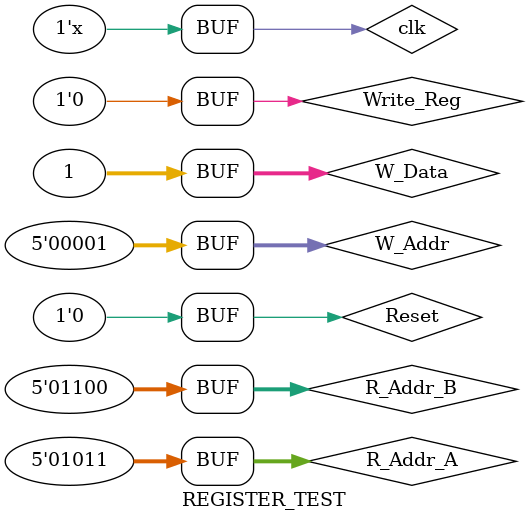
<source format=v>
`timescale 1ns / 1ps


module REGISTER_TEST;

	// Inputs
	reg clk;
	reg Reset;
	reg [4:0] R_Addr_A;
	reg [4:0] R_Addr_B;
	reg [4:0] W_Addr;
	reg [31:0] W_Data;
	reg Write_Reg;

	// Outputs
	wire [31:0] R_Data_A;
	wire [31:0] R_Data_B;

	// Instantiate the Unit Under Test (UUT)
	register uut (
		.clk(clk), 
		.Reset(Reset), 
		.R_Addr_A(R_Addr_A), 
		.R_Addr_B(R_Addr_B), 
		.W_Addr(W_Addr), 
		.W_Data(W_Data), 
		.Write_Reg(Write_Reg), 
		.R_Data_A(R_Data_A), 
		.R_Data_B(R_Data_B)
	);

	initial begin
		// Initialize Inputs
		clk = 0;
		Reset = 1;
		# 10;
		Reset = 1;
		R_Addr_A = 1;
		R_Addr_B = 2;
		W_Addr = 10;
		W_Data = 3;
		Write_Reg = 1;
		#10;
	 
	 
		Reset = 0;
        R_Addr_A = 0;
        R_Addr_B = 1;
        W_Addr = 0;
        W_Data = 3;
        Write_Reg = 1;
        #10;

        Reset = 0;
        R_Addr_A = 1;
        R_Addr_B = 2;
        W_Addr = 1;
        W_Data = 4;
        Write_Reg = 1;
        #10;

        Reset = 0;
        R_Addr_A = 2;
        R_Addr_B = 3;
        W_Addr = 2;
        W_Data = 5;
        Write_Reg = 1;
        #10;

        Reset = 0;
        R_Addr_A = 3;
        R_Addr_B = 4;
        W_Addr = 3;
        W_Data = 6;
        Write_Reg = 1;
        #10;

        Reset = 0;
        R_Addr_A = 4;
        R_Addr_B = 5;
        W_Addr = 4;
        W_Data = 7;
        Write_Reg = 1;
        #10;

        Reset = 0;
        R_Addr_A = 5;
        R_Addr_B = 6;
        W_Addr = 5;
        W_Data = 8;
        Write_Reg = 1;
        #10;

        Reset = 0;
        R_Addr_A = 6;
        R_Addr_B = 7;
        W_Addr = 6;
        W_Data = 9;
        Write_Reg = 1;
        #10;

        Reset = 0;
        R_Addr_A = 7;
        R_Addr_B = 8;
        W_Addr = 7;
        W_Data = 10;
        Write_Reg = 1;
        #10;

        Reset = 0;
        R_Addr_A = 8;
        R_Addr_B = 9;
        W_Addr = 8;
        W_Data = 11;
        Write_Reg = 1;
        #10;

        Reset = 0;
        R_Addr_A = 9;
        R_Addr_B = 10;
        W_Addr = 9;
        W_Data = 12;
        Write_Reg = 1;
        #10;

        Reset = 0;
        R_Addr_A = 10;
        R_Addr_B = 11;
        W_Addr = 10;
        W_Data = 13;
        Write_Reg = 1;
        #10;

        Reset = 0;
        R_Addr_A = 11;
        R_Addr_B = 12;
        W_Addr = 11;
        W_Data = 14;
        Write_Reg = 1;
        #10;

        Reset = 0;
        R_Addr_A = 0;
        R_Addr_B = 1;
        W_Addr = 1;
        W_Data = 1;
        Write_Reg = 0;
        #10;

        Reset = 0;
        R_Addr_A = 1;
        R_Addr_B = 2;
        W_Addr = 1;
        W_Data = 1;
        Write_Reg = 0;
        #10;

        Reset = 0;
        R_Addr_A = 2;
        R_Addr_B = 3;
        W_Addr = 1;
        W_Data = 1;
        Write_Reg = 0;
        #10;

        Reset = 0;
        R_Addr_A = 3;
        R_Addr_B = 4;
        W_Addr = 1;
        W_Data = 1;
        Write_Reg = 0;
        #10;

        Reset = 0;
        R_Addr_A = 4;
        R_Addr_B = 5;
        W_Addr = 1;
        W_Data = 1;
        Write_Reg = 0;
        #10;

        Reset = 0;
        R_Addr_A = 5;
        R_Addr_B = 6;
        W_Addr = 1;
        W_Data = 1;
        Write_Reg = 0;
        #10;

        Reset = 0;
        R_Addr_A = 6;
        R_Addr_B = 7;
        W_Addr = 1;
        W_Data = 1;
        Write_Reg = 0;
        #10;

        Reset = 0;
        R_Addr_A = 7;
        R_Addr_B = 8;
        W_Addr = 1;
        W_Data = 1;
        Write_Reg = 0;
        #10;

        Reset = 0;
        R_Addr_A = 8;
        R_Addr_B = 9;
        W_Addr = 1;
        W_Data = 1;
        Write_Reg = 0;
        #10;

        Reset = 0;
        R_Addr_A = 9;
        R_Addr_B = 10;
        W_Addr = 1;
        W_Data = 1;
        Write_Reg = 0;
        #10;

        Reset = 0;
        R_Addr_A = 10;
        R_Addr_B = 11;
        W_Addr = 1;
        W_Data = 1;
        Write_Reg = 0;
        #10;

        Reset = 0;
        R_Addr_A = 11;
        R_Addr_B = 12;
        W_Addr = 1;
        W_Data = 1;
        Write_Reg = 0;
        #10;
	end
	
	always #2 clk = ~clk;
      
endmodule


</source>
